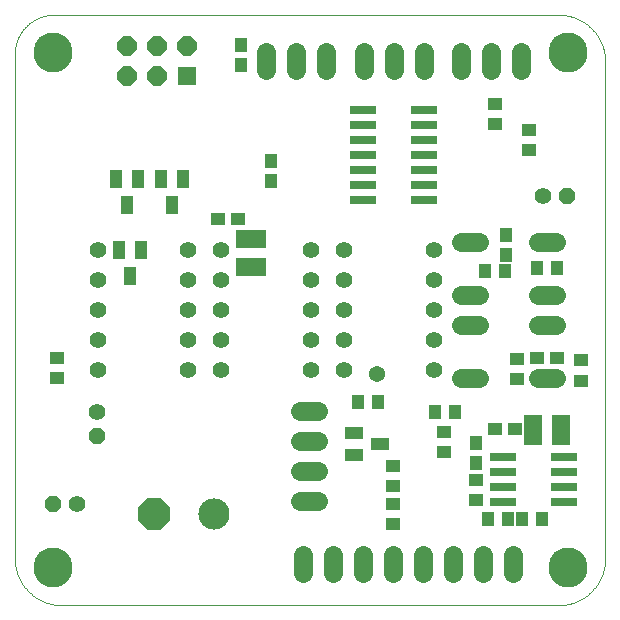
<source format=gbs>
G75*
%MOIN*%
%OFA0B0*%
%FSLAX25Y25*%
%IPPOS*%
%LPD*%
%AMOC8*
5,1,8,0,0,1.08239X$1,22.5*
%
%ADD10C,0.00000*%
%ADD11C,0.12998*%
%ADD12R,0.04337X0.04731*%
%ADD13R,0.04731X0.04337*%
%ADD14R,0.09849X0.05912*%
%ADD15C,0.05600*%
%ADD16R,0.04337X0.05912*%
%ADD17C,0.06400*%
%ADD18R,0.09061X0.02762*%
%ADD19R,0.09100X0.02800*%
%ADD20R,0.06400X0.06400*%
%ADD21OC8,0.06400*%
%ADD22OC8,0.05600*%
%ADD23R,0.05912X0.09849*%
%ADD24C,0.10400*%
%ADD25OC8,0.10400*%
%ADD26R,0.05912X0.04337*%
%ADD27C,0.05400*%
D10*
X0007977Y0017548D02*
X0007977Y0185550D01*
X0014277Y0186052D02*
X0014279Y0186210D01*
X0014285Y0186368D01*
X0014295Y0186526D01*
X0014309Y0186684D01*
X0014327Y0186841D01*
X0014348Y0186998D01*
X0014374Y0187154D01*
X0014404Y0187310D01*
X0014437Y0187465D01*
X0014475Y0187618D01*
X0014516Y0187771D01*
X0014561Y0187923D01*
X0014610Y0188074D01*
X0014663Y0188223D01*
X0014719Y0188371D01*
X0014779Y0188517D01*
X0014843Y0188662D01*
X0014911Y0188805D01*
X0014982Y0188947D01*
X0015056Y0189087D01*
X0015134Y0189224D01*
X0015216Y0189360D01*
X0015300Y0189494D01*
X0015389Y0189625D01*
X0015480Y0189754D01*
X0015575Y0189881D01*
X0015672Y0190006D01*
X0015773Y0190128D01*
X0015877Y0190247D01*
X0015984Y0190364D01*
X0016094Y0190478D01*
X0016207Y0190589D01*
X0016322Y0190698D01*
X0016440Y0190803D01*
X0016561Y0190905D01*
X0016684Y0191005D01*
X0016810Y0191101D01*
X0016938Y0191194D01*
X0017068Y0191284D01*
X0017201Y0191370D01*
X0017336Y0191454D01*
X0017472Y0191533D01*
X0017611Y0191610D01*
X0017752Y0191682D01*
X0017894Y0191752D01*
X0018038Y0191817D01*
X0018184Y0191879D01*
X0018331Y0191937D01*
X0018480Y0191992D01*
X0018630Y0192043D01*
X0018781Y0192090D01*
X0018933Y0192133D01*
X0019086Y0192172D01*
X0019241Y0192208D01*
X0019396Y0192239D01*
X0019552Y0192267D01*
X0019708Y0192291D01*
X0019865Y0192311D01*
X0020023Y0192327D01*
X0020180Y0192339D01*
X0020339Y0192347D01*
X0020497Y0192351D01*
X0020655Y0192351D01*
X0020813Y0192347D01*
X0020972Y0192339D01*
X0021129Y0192327D01*
X0021287Y0192311D01*
X0021444Y0192291D01*
X0021600Y0192267D01*
X0021756Y0192239D01*
X0021911Y0192208D01*
X0022066Y0192172D01*
X0022219Y0192133D01*
X0022371Y0192090D01*
X0022522Y0192043D01*
X0022672Y0191992D01*
X0022821Y0191937D01*
X0022968Y0191879D01*
X0023114Y0191817D01*
X0023258Y0191752D01*
X0023400Y0191682D01*
X0023541Y0191610D01*
X0023680Y0191533D01*
X0023816Y0191454D01*
X0023951Y0191370D01*
X0024084Y0191284D01*
X0024214Y0191194D01*
X0024342Y0191101D01*
X0024468Y0191005D01*
X0024591Y0190905D01*
X0024712Y0190803D01*
X0024830Y0190698D01*
X0024945Y0190589D01*
X0025058Y0190478D01*
X0025168Y0190364D01*
X0025275Y0190247D01*
X0025379Y0190128D01*
X0025480Y0190006D01*
X0025577Y0189881D01*
X0025672Y0189754D01*
X0025763Y0189625D01*
X0025852Y0189494D01*
X0025936Y0189360D01*
X0026018Y0189224D01*
X0026096Y0189087D01*
X0026170Y0188947D01*
X0026241Y0188805D01*
X0026309Y0188662D01*
X0026373Y0188517D01*
X0026433Y0188371D01*
X0026489Y0188223D01*
X0026542Y0188074D01*
X0026591Y0187923D01*
X0026636Y0187771D01*
X0026677Y0187618D01*
X0026715Y0187465D01*
X0026748Y0187310D01*
X0026778Y0187154D01*
X0026804Y0186998D01*
X0026825Y0186841D01*
X0026843Y0186684D01*
X0026857Y0186526D01*
X0026867Y0186368D01*
X0026873Y0186210D01*
X0026875Y0186052D01*
X0026873Y0185894D01*
X0026867Y0185736D01*
X0026857Y0185578D01*
X0026843Y0185420D01*
X0026825Y0185263D01*
X0026804Y0185106D01*
X0026778Y0184950D01*
X0026748Y0184794D01*
X0026715Y0184639D01*
X0026677Y0184486D01*
X0026636Y0184333D01*
X0026591Y0184181D01*
X0026542Y0184030D01*
X0026489Y0183881D01*
X0026433Y0183733D01*
X0026373Y0183587D01*
X0026309Y0183442D01*
X0026241Y0183299D01*
X0026170Y0183157D01*
X0026096Y0183017D01*
X0026018Y0182880D01*
X0025936Y0182744D01*
X0025852Y0182610D01*
X0025763Y0182479D01*
X0025672Y0182350D01*
X0025577Y0182223D01*
X0025480Y0182098D01*
X0025379Y0181976D01*
X0025275Y0181857D01*
X0025168Y0181740D01*
X0025058Y0181626D01*
X0024945Y0181515D01*
X0024830Y0181406D01*
X0024712Y0181301D01*
X0024591Y0181199D01*
X0024468Y0181099D01*
X0024342Y0181003D01*
X0024214Y0180910D01*
X0024084Y0180820D01*
X0023951Y0180734D01*
X0023816Y0180650D01*
X0023680Y0180571D01*
X0023541Y0180494D01*
X0023400Y0180422D01*
X0023258Y0180352D01*
X0023114Y0180287D01*
X0022968Y0180225D01*
X0022821Y0180167D01*
X0022672Y0180112D01*
X0022522Y0180061D01*
X0022371Y0180014D01*
X0022219Y0179971D01*
X0022066Y0179932D01*
X0021911Y0179896D01*
X0021756Y0179865D01*
X0021600Y0179837D01*
X0021444Y0179813D01*
X0021287Y0179793D01*
X0021129Y0179777D01*
X0020972Y0179765D01*
X0020813Y0179757D01*
X0020655Y0179753D01*
X0020497Y0179753D01*
X0020339Y0179757D01*
X0020180Y0179765D01*
X0020023Y0179777D01*
X0019865Y0179793D01*
X0019708Y0179813D01*
X0019552Y0179837D01*
X0019396Y0179865D01*
X0019241Y0179896D01*
X0019086Y0179932D01*
X0018933Y0179971D01*
X0018781Y0180014D01*
X0018630Y0180061D01*
X0018480Y0180112D01*
X0018331Y0180167D01*
X0018184Y0180225D01*
X0018038Y0180287D01*
X0017894Y0180352D01*
X0017752Y0180422D01*
X0017611Y0180494D01*
X0017472Y0180571D01*
X0017336Y0180650D01*
X0017201Y0180734D01*
X0017068Y0180820D01*
X0016938Y0180910D01*
X0016810Y0181003D01*
X0016684Y0181099D01*
X0016561Y0181199D01*
X0016440Y0181301D01*
X0016322Y0181406D01*
X0016207Y0181515D01*
X0016094Y0181626D01*
X0015984Y0181740D01*
X0015877Y0181857D01*
X0015773Y0181976D01*
X0015672Y0182098D01*
X0015575Y0182223D01*
X0015480Y0182350D01*
X0015389Y0182479D01*
X0015300Y0182610D01*
X0015216Y0182744D01*
X0015134Y0182880D01*
X0015056Y0183017D01*
X0014982Y0183157D01*
X0014911Y0183299D01*
X0014843Y0183442D01*
X0014779Y0183587D01*
X0014719Y0183733D01*
X0014663Y0183881D01*
X0014610Y0184030D01*
X0014561Y0184181D01*
X0014516Y0184333D01*
X0014475Y0184486D01*
X0014437Y0184639D01*
X0014404Y0184794D01*
X0014374Y0184950D01*
X0014348Y0185106D01*
X0014327Y0185263D01*
X0014309Y0185420D01*
X0014295Y0185578D01*
X0014285Y0185736D01*
X0014279Y0185894D01*
X0014277Y0186052D01*
X0007978Y0185550D02*
X0007982Y0185867D01*
X0007993Y0186183D01*
X0008012Y0186499D01*
X0008039Y0186814D01*
X0008074Y0187129D01*
X0008115Y0187443D01*
X0008165Y0187755D01*
X0008222Y0188067D01*
X0008287Y0188377D01*
X0008359Y0188685D01*
X0008438Y0188991D01*
X0008525Y0189296D01*
X0008619Y0189598D01*
X0008721Y0189898D01*
X0008829Y0190195D01*
X0008945Y0190490D01*
X0009068Y0190782D01*
X0009198Y0191070D01*
X0009335Y0191356D01*
X0009479Y0191638D01*
X0009629Y0191916D01*
X0009786Y0192191D01*
X0009950Y0192462D01*
X0010120Y0192729D01*
X0010297Y0192992D01*
X0010480Y0193250D01*
X0010669Y0193504D01*
X0010864Y0193753D01*
X0011065Y0193997D01*
X0011273Y0194237D01*
X0011485Y0194471D01*
X0011704Y0194700D01*
X0011928Y0194924D01*
X0012157Y0195143D01*
X0012391Y0195355D01*
X0012631Y0195563D01*
X0012875Y0195764D01*
X0013124Y0195959D01*
X0013378Y0196148D01*
X0013636Y0196331D01*
X0013899Y0196508D01*
X0014166Y0196678D01*
X0014437Y0196842D01*
X0014712Y0196999D01*
X0014990Y0197149D01*
X0015272Y0197293D01*
X0015558Y0197430D01*
X0015846Y0197560D01*
X0016138Y0197683D01*
X0016433Y0197799D01*
X0016730Y0197907D01*
X0017030Y0198009D01*
X0017332Y0198103D01*
X0017637Y0198190D01*
X0017943Y0198269D01*
X0018251Y0198341D01*
X0018561Y0198406D01*
X0018873Y0198463D01*
X0019185Y0198513D01*
X0019499Y0198554D01*
X0019814Y0198589D01*
X0020129Y0198616D01*
X0020445Y0198635D01*
X0020761Y0198646D01*
X0021078Y0198650D01*
X0189080Y0198650D01*
X0185930Y0186052D02*
X0185932Y0186210D01*
X0185938Y0186368D01*
X0185948Y0186526D01*
X0185962Y0186684D01*
X0185980Y0186841D01*
X0186001Y0186998D01*
X0186027Y0187154D01*
X0186057Y0187310D01*
X0186090Y0187465D01*
X0186128Y0187618D01*
X0186169Y0187771D01*
X0186214Y0187923D01*
X0186263Y0188074D01*
X0186316Y0188223D01*
X0186372Y0188371D01*
X0186432Y0188517D01*
X0186496Y0188662D01*
X0186564Y0188805D01*
X0186635Y0188947D01*
X0186709Y0189087D01*
X0186787Y0189224D01*
X0186869Y0189360D01*
X0186953Y0189494D01*
X0187042Y0189625D01*
X0187133Y0189754D01*
X0187228Y0189881D01*
X0187325Y0190006D01*
X0187426Y0190128D01*
X0187530Y0190247D01*
X0187637Y0190364D01*
X0187747Y0190478D01*
X0187860Y0190589D01*
X0187975Y0190698D01*
X0188093Y0190803D01*
X0188214Y0190905D01*
X0188337Y0191005D01*
X0188463Y0191101D01*
X0188591Y0191194D01*
X0188721Y0191284D01*
X0188854Y0191370D01*
X0188989Y0191454D01*
X0189125Y0191533D01*
X0189264Y0191610D01*
X0189405Y0191682D01*
X0189547Y0191752D01*
X0189691Y0191817D01*
X0189837Y0191879D01*
X0189984Y0191937D01*
X0190133Y0191992D01*
X0190283Y0192043D01*
X0190434Y0192090D01*
X0190586Y0192133D01*
X0190739Y0192172D01*
X0190894Y0192208D01*
X0191049Y0192239D01*
X0191205Y0192267D01*
X0191361Y0192291D01*
X0191518Y0192311D01*
X0191676Y0192327D01*
X0191833Y0192339D01*
X0191992Y0192347D01*
X0192150Y0192351D01*
X0192308Y0192351D01*
X0192466Y0192347D01*
X0192625Y0192339D01*
X0192782Y0192327D01*
X0192940Y0192311D01*
X0193097Y0192291D01*
X0193253Y0192267D01*
X0193409Y0192239D01*
X0193564Y0192208D01*
X0193719Y0192172D01*
X0193872Y0192133D01*
X0194024Y0192090D01*
X0194175Y0192043D01*
X0194325Y0191992D01*
X0194474Y0191937D01*
X0194621Y0191879D01*
X0194767Y0191817D01*
X0194911Y0191752D01*
X0195053Y0191682D01*
X0195194Y0191610D01*
X0195333Y0191533D01*
X0195469Y0191454D01*
X0195604Y0191370D01*
X0195737Y0191284D01*
X0195867Y0191194D01*
X0195995Y0191101D01*
X0196121Y0191005D01*
X0196244Y0190905D01*
X0196365Y0190803D01*
X0196483Y0190698D01*
X0196598Y0190589D01*
X0196711Y0190478D01*
X0196821Y0190364D01*
X0196928Y0190247D01*
X0197032Y0190128D01*
X0197133Y0190006D01*
X0197230Y0189881D01*
X0197325Y0189754D01*
X0197416Y0189625D01*
X0197505Y0189494D01*
X0197589Y0189360D01*
X0197671Y0189224D01*
X0197749Y0189087D01*
X0197823Y0188947D01*
X0197894Y0188805D01*
X0197962Y0188662D01*
X0198026Y0188517D01*
X0198086Y0188371D01*
X0198142Y0188223D01*
X0198195Y0188074D01*
X0198244Y0187923D01*
X0198289Y0187771D01*
X0198330Y0187618D01*
X0198368Y0187465D01*
X0198401Y0187310D01*
X0198431Y0187154D01*
X0198457Y0186998D01*
X0198478Y0186841D01*
X0198496Y0186684D01*
X0198510Y0186526D01*
X0198520Y0186368D01*
X0198526Y0186210D01*
X0198528Y0186052D01*
X0198526Y0185894D01*
X0198520Y0185736D01*
X0198510Y0185578D01*
X0198496Y0185420D01*
X0198478Y0185263D01*
X0198457Y0185106D01*
X0198431Y0184950D01*
X0198401Y0184794D01*
X0198368Y0184639D01*
X0198330Y0184486D01*
X0198289Y0184333D01*
X0198244Y0184181D01*
X0198195Y0184030D01*
X0198142Y0183881D01*
X0198086Y0183733D01*
X0198026Y0183587D01*
X0197962Y0183442D01*
X0197894Y0183299D01*
X0197823Y0183157D01*
X0197749Y0183017D01*
X0197671Y0182880D01*
X0197589Y0182744D01*
X0197505Y0182610D01*
X0197416Y0182479D01*
X0197325Y0182350D01*
X0197230Y0182223D01*
X0197133Y0182098D01*
X0197032Y0181976D01*
X0196928Y0181857D01*
X0196821Y0181740D01*
X0196711Y0181626D01*
X0196598Y0181515D01*
X0196483Y0181406D01*
X0196365Y0181301D01*
X0196244Y0181199D01*
X0196121Y0181099D01*
X0195995Y0181003D01*
X0195867Y0180910D01*
X0195737Y0180820D01*
X0195604Y0180734D01*
X0195469Y0180650D01*
X0195333Y0180571D01*
X0195194Y0180494D01*
X0195053Y0180422D01*
X0194911Y0180352D01*
X0194767Y0180287D01*
X0194621Y0180225D01*
X0194474Y0180167D01*
X0194325Y0180112D01*
X0194175Y0180061D01*
X0194024Y0180014D01*
X0193872Y0179971D01*
X0193719Y0179932D01*
X0193564Y0179896D01*
X0193409Y0179865D01*
X0193253Y0179837D01*
X0193097Y0179813D01*
X0192940Y0179793D01*
X0192782Y0179777D01*
X0192625Y0179765D01*
X0192466Y0179757D01*
X0192308Y0179753D01*
X0192150Y0179753D01*
X0191992Y0179757D01*
X0191833Y0179765D01*
X0191676Y0179777D01*
X0191518Y0179793D01*
X0191361Y0179813D01*
X0191205Y0179837D01*
X0191049Y0179865D01*
X0190894Y0179896D01*
X0190739Y0179932D01*
X0190586Y0179971D01*
X0190434Y0180014D01*
X0190283Y0180061D01*
X0190133Y0180112D01*
X0189984Y0180167D01*
X0189837Y0180225D01*
X0189691Y0180287D01*
X0189547Y0180352D01*
X0189405Y0180422D01*
X0189264Y0180494D01*
X0189125Y0180571D01*
X0188989Y0180650D01*
X0188854Y0180734D01*
X0188721Y0180820D01*
X0188591Y0180910D01*
X0188463Y0181003D01*
X0188337Y0181099D01*
X0188214Y0181199D01*
X0188093Y0181301D01*
X0187975Y0181406D01*
X0187860Y0181515D01*
X0187747Y0181626D01*
X0187637Y0181740D01*
X0187530Y0181857D01*
X0187426Y0181976D01*
X0187325Y0182098D01*
X0187228Y0182223D01*
X0187133Y0182350D01*
X0187042Y0182479D01*
X0186953Y0182610D01*
X0186869Y0182744D01*
X0186787Y0182880D01*
X0186709Y0183017D01*
X0186635Y0183157D01*
X0186564Y0183299D01*
X0186496Y0183442D01*
X0186432Y0183587D01*
X0186372Y0183733D01*
X0186316Y0183881D01*
X0186263Y0184030D01*
X0186214Y0184181D01*
X0186169Y0184333D01*
X0186128Y0184486D01*
X0186090Y0184639D01*
X0186057Y0184794D01*
X0186027Y0184950D01*
X0186001Y0185106D01*
X0185980Y0185263D01*
X0185962Y0185420D01*
X0185948Y0185578D01*
X0185938Y0185736D01*
X0185932Y0185894D01*
X0185930Y0186052D01*
X0189080Y0198650D02*
X0189461Y0198645D01*
X0189841Y0198632D01*
X0190221Y0198609D01*
X0190600Y0198576D01*
X0190978Y0198535D01*
X0191355Y0198485D01*
X0191731Y0198425D01*
X0192106Y0198357D01*
X0192478Y0198279D01*
X0192849Y0198192D01*
X0193217Y0198097D01*
X0193583Y0197992D01*
X0193946Y0197879D01*
X0194307Y0197757D01*
X0194664Y0197627D01*
X0195018Y0197487D01*
X0195369Y0197340D01*
X0195716Y0197183D01*
X0196059Y0197019D01*
X0196398Y0196846D01*
X0196733Y0196665D01*
X0197064Y0196476D01*
X0197389Y0196279D01*
X0197710Y0196075D01*
X0198026Y0195862D01*
X0198336Y0195642D01*
X0198642Y0195415D01*
X0198941Y0195180D01*
X0199235Y0194938D01*
X0199523Y0194690D01*
X0199805Y0194434D01*
X0200080Y0194171D01*
X0200349Y0193902D01*
X0200612Y0193627D01*
X0200868Y0193345D01*
X0201116Y0193057D01*
X0201358Y0192763D01*
X0201593Y0192464D01*
X0201820Y0192158D01*
X0202040Y0191848D01*
X0202253Y0191532D01*
X0202457Y0191211D01*
X0202654Y0190886D01*
X0202843Y0190555D01*
X0203024Y0190220D01*
X0203197Y0189881D01*
X0203361Y0189538D01*
X0203518Y0189191D01*
X0203665Y0188840D01*
X0203805Y0188486D01*
X0203935Y0188129D01*
X0204057Y0187768D01*
X0204170Y0187405D01*
X0204275Y0187039D01*
X0204370Y0186671D01*
X0204457Y0186300D01*
X0204535Y0185928D01*
X0204603Y0185553D01*
X0204663Y0185177D01*
X0204713Y0184800D01*
X0204754Y0184422D01*
X0204787Y0184043D01*
X0204810Y0183663D01*
X0204823Y0183283D01*
X0204828Y0182902D01*
X0204828Y0017548D01*
X0185930Y0014398D02*
X0185932Y0014556D01*
X0185938Y0014714D01*
X0185948Y0014872D01*
X0185962Y0015030D01*
X0185980Y0015187D01*
X0186001Y0015344D01*
X0186027Y0015500D01*
X0186057Y0015656D01*
X0186090Y0015811D01*
X0186128Y0015964D01*
X0186169Y0016117D01*
X0186214Y0016269D01*
X0186263Y0016420D01*
X0186316Y0016569D01*
X0186372Y0016717D01*
X0186432Y0016863D01*
X0186496Y0017008D01*
X0186564Y0017151D01*
X0186635Y0017293D01*
X0186709Y0017433D01*
X0186787Y0017570D01*
X0186869Y0017706D01*
X0186953Y0017840D01*
X0187042Y0017971D01*
X0187133Y0018100D01*
X0187228Y0018227D01*
X0187325Y0018352D01*
X0187426Y0018474D01*
X0187530Y0018593D01*
X0187637Y0018710D01*
X0187747Y0018824D01*
X0187860Y0018935D01*
X0187975Y0019044D01*
X0188093Y0019149D01*
X0188214Y0019251D01*
X0188337Y0019351D01*
X0188463Y0019447D01*
X0188591Y0019540D01*
X0188721Y0019630D01*
X0188854Y0019716D01*
X0188989Y0019800D01*
X0189125Y0019879D01*
X0189264Y0019956D01*
X0189405Y0020028D01*
X0189547Y0020098D01*
X0189691Y0020163D01*
X0189837Y0020225D01*
X0189984Y0020283D01*
X0190133Y0020338D01*
X0190283Y0020389D01*
X0190434Y0020436D01*
X0190586Y0020479D01*
X0190739Y0020518D01*
X0190894Y0020554D01*
X0191049Y0020585D01*
X0191205Y0020613D01*
X0191361Y0020637D01*
X0191518Y0020657D01*
X0191676Y0020673D01*
X0191833Y0020685D01*
X0191992Y0020693D01*
X0192150Y0020697D01*
X0192308Y0020697D01*
X0192466Y0020693D01*
X0192625Y0020685D01*
X0192782Y0020673D01*
X0192940Y0020657D01*
X0193097Y0020637D01*
X0193253Y0020613D01*
X0193409Y0020585D01*
X0193564Y0020554D01*
X0193719Y0020518D01*
X0193872Y0020479D01*
X0194024Y0020436D01*
X0194175Y0020389D01*
X0194325Y0020338D01*
X0194474Y0020283D01*
X0194621Y0020225D01*
X0194767Y0020163D01*
X0194911Y0020098D01*
X0195053Y0020028D01*
X0195194Y0019956D01*
X0195333Y0019879D01*
X0195469Y0019800D01*
X0195604Y0019716D01*
X0195737Y0019630D01*
X0195867Y0019540D01*
X0195995Y0019447D01*
X0196121Y0019351D01*
X0196244Y0019251D01*
X0196365Y0019149D01*
X0196483Y0019044D01*
X0196598Y0018935D01*
X0196711Y0018824D01*
X0196821Y0018710D01*
X0196928Y0018593D01*
X0197032Y0018474D01*
X0197133Y0018352D01*
X0197230Y0018227D01*
X0197325Y0018100D01*
X0197416Y0017971D01*
X0197505Y0017840D01*
X0197589Y0017706D01*
X0197671Y0017570D01*
X0197749Y0017433D01*
X0197823Y0017293D01*
X0197894Y0017151D01*
X0197962Y0017008D01*
X0198026Y0016863D01*
X0198086Y0016717D01*
X0198142Y0016569D01*
X0198195Y0016420D01*
X0198244Y0016269D01*
X0198289Y0016117D01*
X0198330Y0015964D01*
X0198368Y0015811D01*
X0198401Y0015656D01*
X0198431Y0015500D01*
X0198457Y0015344D01*
X0198478Y0015187D01*
X0198496Y0015030D01*
X0198510Y0014872D01*
X0198520Y0014714D01*
X0198526Y0014556D01*
X0198528Y0014398D01*
X0198526Y0014240D01*
X0198520Y0014082D01*
X0198510Y0013924D01*
X0198496Y0013766D01*
X0198478Y0013609D01*
X0198457Y0013452D01*
X0198431Y0013296D01*
X0198401Y0013140D01*
X0198368Y0012985D01*
X0198330Y0012832D01*
X0198289Y0012679D01*
X0198244Y0012527D01*
X0198195Y0012376D01*
X0198142Y0012227D01*
X0198086Y0012079D01*
X0198026Y0011933D01*
X0197962Y0011788D01*
X0197894Y0011645D01*
X0197823Y0011503D01*
X0197749Y0011363D01*
X0197671Y0011226D01*
X0197589Y0011090D01*
X0197505Y0010956D01*
X0197416Y0010825D01*
X0197325Y0010696D01*
X0197230Y0010569D01*
X0197133Y0010444D01*
X0197032Y0010322D01*
X0196928Y0010203D01*
X0196821Y0010086D01*
X0196711Y0009972D01*
X0196598Y0009861D01*
X0196483Y0009752D01*
X0196365Y0009647D01*
X0196244Y0009545D01*
X0196121Y0009445D01*
X0195995Y0009349D01*
X0195867Y0009256D01*
X0195737Y0009166D01*
X0195604Y0009080D01*
X0195469Y0008996D01*
X0195333Y0008917D01*
X0195194Y0008840D01*
X0195053Y0008768D01*
X0194911Y0008698D01*
X0194767Y0008633D01*
X0194621Y0008571D01*
X0194474Y0008513D01*
X0194325Y0008458D01*
X0194175Y0008407D01*
X0194024Y0008360D01*
X0193872Y0008317D01*
X0193719Y0008278D01*
X0193564Y0008242D01*
X0193409Y0008211D01*
X0193253Y0008183D01*
X0193097Y0008159D01*
X0192940Y0008139D01*
X0192782Y0008123D01*
X0192625Y0008111D01*
X0192466Y0008103D01*
X0192308Y0008099D01*
X0192150Y0008099D01*
X0191992Y0008103D01*
X0191833Y0008111D01*
X0191676Y0008123D01*
X0191518Y0008139D01*
X0191361Y0008159D01*
X0191205Y0008183D01*
X0191049Y0008211D01*
X0190894Y0008242D01*
X0190739Y0008278D01*
X0190586Y0008317D01*
X0190434Y0008360D01*
X0190283Y0008407D01*
X0190133Y0008458D01*
X0189984Y0008513D01*
X0189837Y0008571D01*
X0189691Y0008633D01*
X0189547Y0008698D01*
X0189405Y0008768D01*
X0189264Y0008840D01*
X0189125Y0008917D01*
X0188989Y0008996D01*
X0188854Y0009080D01*
X0188721Y0009166D01*
X0188591Y0009256D01*
X0188463Y0009349D01*
X0188337Y0009445D01*
X0188214Y0009545D01*
X0188093Y0009647D01*
X0187975Y0009752D01*
X0187860Y0009861D01*
X0187747Y0009972D01*
X0187637Y0010086D01*
X0187530Y0010203D01*
X0187426Y0010322D01*
X0187325Y0010444D01*
X0187228Y0010569D01*
X0187133Y0010696D01*
X0187042Y0010825D01*
X0186953Y0010956D01*
X0186869Y0011090D01*
X0186787Y0011226D01*
X0186709Y0011363D01*
X0186635Y0011503D01*
X0186564Y0011645D01*
X0186496Y0011788D01*
X0186432Y0011933D01*
X0186372Y0012079D01*
X0186316Y0012227D01*
X0186263Y0012376D01*
X0186214Y0012527D01*
X0186169Y0012679D01*
X0186128Y0012832D01*
X0186090Y0012985D01*
X0186057Y0013140D01*
X0186027Y0013296D01*
X0186001Y0013452D01*
X0185980Y0013609D01*
X0185962Y0013766D01*
X0185948Y0013924D01*
X0185938Y0014082D01*
X0185932Y0014240D01*
X0185930Y0014398D01*
X0189080Y0001800D02*
X0189461Y0001805D01*
X0189841Y0001818D01*
X0190221Y0001841D01*
X0190600Y0001874D01*
X0190978Y0001915D01*
X0191355Y0001965D01*
X0191731Y0002025D01*
X0192106Y0002093D01*
X0192478Y0002171D01*
X0192849Y0002258D01*
X0193217Y0002353D01*
X0193583Y0002458D01*
X0193946Y0002571D01*
X0194307Y0002693D01*
X0194664Y0002823D01*
X0195018Y0002963D01*
X0195369Y0003110D01*
X0195716Y0003267D01*
X0196059Y0003431D01*
X0196398Y0003604D01*
X0196733Y0003785D01*
X0197064Y0003974D01*
X0197389Y0004171D01*
X0197710Y0004375D01*
X0198026Y0004588D01*
X0198336Y0004808D01*
X0198642Y0005035D01*
X0198941Y0005270D01*
X0199235Y0005512D01*
X0199523Y0005760D01*
X0199805Y0006016D01*
X0200080Y0006279D01*
X0200349Y0006548D01*
X0200612Y0006823D01*
X0200868Y0007105D01*
X0201116Y0007393D01*
X0201358Y0007687D01*
X0201593Y0007986D01*
X0201820Y0008292D01*
X0202040Y0008602D01*
X0202253Y0008918D01*
X0202457Y0009239D01*
X0202654Y0009564D01*
X0202843Y0009895D01*
X0203024Y0010230D01*
X0203197Y0010569D01*
X0203361Y0010912D01*
X0203518Y0011259D01*
X0203665Y0011610D01*
X0203805Y0011964D01*
X0203935Y0012321D01*
X0204057Y0012682D01*
X0204170Y0013045D01*
X0204275Y0013411D01*
X0204370Y0013779D01*
X0204457Y0014150D01*
X0204535Y0014522D01*
X0204603Y0014897D01*
X0204663Y0015273D01*
X0204713Y0015650D01*
X0204754Y0016028D01*
X0204787Y0016407D01*
X0204810Y0016787D01*
X0204823Y0017167D01*
X0204828Y0017548D01*
X0189080Y0001800D02*
X0023725Y0001800D01*
X0014277Y0014398D02*
X0014279Y0014556D01*
X0014285Y0014714D01*
X0014295Y0014872D01*
X0014309Y0015030D01*
X0014327Y0015187D01*
X0014348Y0015344D01*
X0014374Y0015500D01*
X0014404Y0015656D01*
X0014437Y0015811D01*
X0014475Y0015964D01*
X0014516Y0016117D01*
X0014561Y0016269D01*
X0014610Y0016420D01*
X0014663Y0016569D01*
X0014719Y0016717D01*
X0014779Y0016863D01*
X0014843Y0017008D01*
X0014911Y0017151D01*
X0014982Y0017293D01*
X0015056Y0017433D01*
X0015134Y0017570D01*
X0015216Y0017706D01*
X0015300Y0017840D01*
X0015389Y0017971D01*
X0015480Y0018100D01*
X0015575Y0018227D01*
X0015672Y0018352D01*
X0015773Y0018474D01*
X0015877Y0018593D01*
X0015984Y0018710D01*
X0016094Y0018824D01*
X0016207Y0018935D01*
X0016322Y0019044D01*
X0016440Y0019149D01*
X0016561Y0019251D01*
X0016684Y0019351D01*
X0016810Y0019447D01*
X0016938Y0019540D01*
X0017068Y0019630D01*
X0017201Y0019716D01*
X0017336Y0019800D01*
X0017472Y0019879D01*
X0017611Y0019956D01*
X0017752Y0020028D01*
X0017894Y0020098D01*
X0018038Y0020163D01*
X0018184Y0020225D01*
X0018331Y0020283D01*
X0018480Y0020338D01*
X0018630Y0020389D01*
X0018781Y0020436D01*
X0018933Y0020479D01*
X0019086Y0020518D01*
X0019241Y0020554D01*
X0019396Y0020585D01*
X0019552Y0020613D01*
X0019708Y0020637D01*
X0019865Y0020657D01*
X0020023Y0020673D01*
X0020180Y0020685D01*
X0020339Y0020693D01*
X0020497Y0020697D01*
X0020655Y0020697D01*
X0020813Y0020693D01*
X0020972Y0020685D01*
X0021129Y0020673D01*
X0021287Y0020657D01*
X0021444Y0020637D01*
X0021600Y0020613D01*
X0021756Y0020585D01*
X0021911Y0020554D01*
X0022066Y0020518D01*
X0022219Y0020479D01*
X0022371Y0020436D01*
X0022522Y0020389D01*
X0022672Y0020338D01*
X0022821Y0020283D01*
X0022968Y0020225D01*
X0023114Y0020163D01*
X0023258Y0020098D01*
X0023400Y0020028D01*
X0023541Y0019956D01*
X0023680Y0019879D01*
X0023816Y0019800D01*
X0023951Y0019716D01*
X0024084Y0019630D01*
X0024214Y0019540D01*
X0024342Y0019447D01*
X0024468Y0019351D01*
X0024591Y0019251D01*
X0024712Y0019149D01*
X0024830Y0019044D01*
X0024945Y0018935D01*
X0025058Y0018824D01*
X0025168Y0018710D01*
X0025275Y0018593D01*
X0025379Y0018474D01*
X0025480Y0018352D01*
X0025577Y0018227D01*
X0025672Y0018100D01*
X0025763Y0017971D01*
X0025852Y0017840D01*
X0025936Y0017706D01*
X0026018Y0017570D01*
X0026096Y0017433D01*
X0026170Y0017293D01*
X0026241Y0017151D01*
X0026309Y0017008D01*
X0026373Y0016863D01*
X0026433Y0016717D01*
X0026489Y0016569D01*
X0026542Y0016420D01*
X0026591Y0016269D01*
X0026636Y0016117D01*
X0026677Y0015964D01*
X0026715Y0015811D01*
X0026748Y0015656D01*
X0026778Y0015500D01*
X0026804Y0015344D01*
X0026825Y0015187D01*
X0026843Y0015030D01*
X0026857Y0014872D01*
X0026867Y0014714D01*
X0026873Y0014556D01*
X0026875Y0014398D01*
X0026873Y0014240D01*
X0026867Y0014082D01*
X0026857Y0013924D01*
X0026843Y0013766D01*
X0026825Y0013609D01*
X0026804Y0013452D01*
X0026778Y0013296D01*
X0026748Y0013140D01*
X0026715Y0012985D01*
X0026677Y0012832D01*
X0026636Y0012679D01*
X0026591Y0012527D01*
X0026542Y0012376D01*
X0026489Y0012227D01*
X0026433Y0012079D01*
X0026373Y0011933D01*
X0026309Y0011788D01*
X0026241Y0011645D01*
X0026170Y0011503D01*
X0026096Y0011363D01*
X0026018Y0011226D01*
X0025936Y0011090D01*
X0025852Y0010956D01*
X0025763Y0010825D01*
X0025672Y0010696D01*
X0025577Y0010569D01*
X0025480Y0010444D01*
X0025379Y0010322D01*
X0025275Y0010203D01*
X0025168Y0010086D01*
X0025058Y0009972D01*
X0024945Y0009861D01*
X0024830Y0009752D01*
X0024712Y0009647D01*
X0024591Y0009545D01*
X0024468Y0009445D01*
X0024342Y0009349D01*
X0024214Y0009256D01*
X0024084Y0009166D01*
X0023951Y0009080D01*
X0023816Y0008996D01*
X0023680Y0008917D01*
X0023541Y0008840D01*
X0023400Y0008768D01*
X0023258Y0008698D01*
X0023114Y0008633D01*
X0022968Y0008571D01*
X0022821Y0008513D01*
X0022672Y0008458D01*
X0022522Y0008407D01*
X0022371Y0008360D01*
X0022219Y0008317D01*
X0022066Y0008278D01*
X0021911Y0008242D01*
X0021756Y0008211D01*
X0021600Y0008183D01*
X0021444Y0008159D01*
X0021287Y0008139D01*
X0021129Y0008123D01*
X0020972Y0008111D01*
X0020813Y0008103D01*
X0020655Y0008099D01*
X0020497Y0008099D01*
X0020339Y0008103D01*
X0020180Y0008111D01*
X0020023Y0008123D01*
X0019865Y0008139D01*
X0019708Y0008159D01*
X0019552Y0008183D01*
X0019396Y0008211D01*
X0019241Y0008242D01*
X0019086Y0008278D01*
X0018933Y0008317D01*
X0018781Y0008360D01*
X0018630Y0008407D01*
X0018480Y0008458D01*
X0018331Y0008513D01*
X0018184Y0008571D01*
X0018038Y0008633D01*
X0017894Y0008698D01*
X0017752Y0008768D01*
X0017611Y0008840D01*
X0017472Y0008917D01*
X0017336Y0008996D01*
X0017201Y0009080D01*
X0017068Y0009166D01*
X0016938Y0009256D01*
X0016810Y0009349D01*
X0016684Y0009445D01*
X0016561Y0009545D01*
X0016440Y0009647D01*
X0016322Y0009752D01*
X0016207Y0009861D01*
X0016094Y0009972D01*
X0015984Y0010086D01*
X0015877Y0010203D01*
X0015773Y0010322D01*
X0015672Y0010444D01*
X0015575Y0010569D01*
X0015480Y0010696D01*
X0015389Y0010825D01*
X0015300Y0010956D01*
X0015216Y0011090D01*
X0015134Y0011226D01*
X0015056Y0011363D01*
X0014982Y0011503D01*
X0014911Y0011645D01*
X0014843Y0011788D01*
X0014779Y0011933D01*
X0014719Y0012079D01*
X0014663Y0012227D01*
X0014610Y0012376D01*
X0014561Y0012527D01*
X0014516Y0012679D01*
X0014475Y0012832D01*
X0014437Y0012985D01*
X0014404Y0013140D01*
X0014374Y0013296D01*
X0014348Y0013452D01*
X0014327Y0013609D01*
X0014309Y0013766D01*
X0014295Y0013924D01*
X0014285Y0014082D01*
X0014279Y0014240D01*
X0014277Y0014398D01*
X0007977Y0017548D02*
X0007982Y0017167D01*
X0007995Y0016787D01*
X0008018Y0016407D01*
X0008051Y0016028D01*
X0008092Y0015650D01*
X0008142Y0015273D01*
X0008202Y0014897D01*
X0008270Y0014522D01*
X0008348Y0014150D01*
X0008435Y0013779D01*
X0008530Y0013411D01*
X0008635Y0013045D01*
X0008748Y0012682D01*
X0008870Y0012321D01*
X0009000Y0011964D01*
X0009140Y0011610D01*
X0009287Y0011259D01*
X0009444Y0010912D01*
X0009608Y0010569D01*
X0009781Y0010230D01*
X0009962Y0009895D01*
X0010151Y0009564D01*
X0010348Y0009239D01*
X0010552Y0008918D01*
X0010765Y0008602D01*
X0010985Y0008292D01*
X0011212Y0007986D01*
X0011447Y0007687D01*
X0011689Y0007393D01*
X0011937Y0007105D01*
X0012193Y0006823D01*
X0012456Y0006548D01*
X0012725Y0006279D01*
X0013000Y0006016D01*
X0013282Y0005760D01*
X0013570Y0005512D01*
X0013864Y0005270D01*
X0014163Y0005035D01*
X0014469Y0004808D01*
X0014779Y0004588D01*
X0015095Y0004375D01*
X0015416Y0004171D01*
X0015741Y0003974D01*
X0016072Y0003785D01*
X0016407Y0003604D01*
X0016746Y0003431D01*
X0017089Y0003267D01*
X0017436Y0003110D01*
X0017787Y0002963D01*
X0018141Y0002823D01*
X0018498Y0002693D01*
X0018859Y0002571D01*
X0019222Y0002458D01*
X0019588Y0002353D01*
X0019956Y0002258D01*
X0020327Y0002171D01*
X0020699Y0002093D01*
X0021074Y0002025D01*
X0021450Y0001965D01*
X0021827Y0001915D01*
X0022205Y0001874D01*
X0022584Y0001841D01*
X0022964Y0001818D01*
X0023344Y0001805D01*
X0023725Y0001800D01*
D11*
X0020576Y0014398D03*
X0192229Y0014398D03*
X0192229Y0186052D03*
X0020576Y0186052D03*
D12*
X0083452Y0188459D03*
X0083452Y0181766D03*
X0093290Y0149834D03*
X0093290Y0143141D03*
X0164768Y0113050D03*
X0171461Y0113050D03*
X0171727Y0118454D03*
X0171727Y0125146D03*
X0182131Y0114300D03*
X0188824Y0114300D03*
X0154649Y0066313D03*
X0147956Y0066313D03*
X0161752Y0055759D03*
X0161752Y0049066D03*
X0165693Y0030625D03*
X0172386Y0030625D03*
X0177168Y0030625D03*
X0183861Y0030625D03*
X0129149Y0069588D03*
X0122456Y0069588D03*
D13*
X0134015Y0048271D03*
X0134015Y0041579D03*
X0133977Y0035571D03*
X0133977Y0028879D03*
X0151177Y0052791D03*
X0151177Y0059484D03*
X0167943Y0060425D03*
X0174636Y0060425D03*
X0175477Y0077204D03*
X0175477Y0083896D03*
X0182131Y0084300D03*
X0188824Y0084300D03*
X0196602Y0083384D03*
X0196602Y0076691D03*
X0161727Y0043521D03*
X0161727Y0036829D03*
X0082261Y0130550D03*
X0075568Y0130550D03*
X0022040Y0084209D03*
X0022040Y0077516D03*
X0167977Y0162204D03*
X0167977Y0168896D03*
X0179227Y0160146D03*
X0179227Y0153454D03*
D14*
X0086727Y0124024D03*
X0086727Y0114576D03*
D15*
X0076717Y0110225D03*
X0076717Y0100225D03*
X0076717Y0090225D03*
X0076717Y0080225D03*
X0065772Y0080225D03*
X0065772Y0090225D03*
X0065772Y0100225D03*
X0065772Y0110225D03*
X0065772Y0120225D03*
X0076717Y0120225D03*
X0106717Y0120225D03*
X0106717Y0110225D03*
X0106717Y0100225D03*
X0106717Y0090225D03*
X0106717Y0080225D03*
X0117662Y0080225D03*
X0117662Y0090225D03*
X0117662Y0100225D03*
X0117662Y0110225D03*
X0117662Y0120225D03*
X0147662Y0120225D03*
X0147662Y0110225D03*
X0147662Y0100225D03*
X0147662Y0090225D03*
X0147662Y0080225D03*
X0183977Y0138050D03*
X0035772Y0120225D03*
X0035772Y0110225D03*
X0035772Y0100225D03*
X0035772Y0090225D03*
X0035772Y0080225D03*
X0035365Y0066088D03*
X0028615Y0035600D03*
D16*
X0046415Y0111532D03*
X0050155Y0120193D03*
X0042675Y0120193D03*
X0045477Y0135282D03*
X0041737Y0143943D03*
X0049217Y0143943D03*
X0056737Y0143943D03*
X0064217Y0143943D03*
X0060477Y0135282D03*
D17*
X0091727Y0180050D02*
X0091727Y0186050D01*
X0101727Y0186050D02*
X0101727Y0180050D01*
X0111727Y0180050D02*
X0111727Y0186050D01*
X0124227Y0186050D02*
X0124227Y0180050D01*
X0134227Y0180050D02*
X0134227Y0186050D01*
X0144227Y0186050D02*
X0144227Y0180050D01*
X0156727Y0180050D02*
X0156727Y0186050D01*
X0166727Y0186050D02*
X0166727Y0180050D01*
X0176727Y0180050D02*
X0176727Y0186050D01*
X0182226Y0122905D02*
X0188226Y0122905D01*
X0188226Y0105105D02*
X0182226Y0105105D01*
X0182226Y0095346D02*
X0188226Y0095346D01*
X0188226Y0077546D02*
X0182226Y0077546D01*
X0162626Y0077546D02*
X0156626Y0077546D01*
X0156626Y0095346D02*
X0162626Y0095346D01*
X0162626Y0105105D02*
X0156626Y0105105D01*
X0156626Y0122905D02*
X0162626Y0122905D01*
X0108927Y0066400D02*
X0102927Y0066400D01*
X0102927Y0056400D02*
X0108927Y0056400D01*
X0108927Y0046400D02*
X0102927Y0046400D01*
X0102927Y0036400D02*
X0108927Y0036400D01*
X0104015Y0018613D02*
X0104015Y0012612D01*
X0114015Y0012612D02*
X0114015Y0018613D01*
X0124015Y0018613D02*
X0124015Y0012612D01*
X0134015Y0012612D02*
X0134015Y0018613D01*
X0144015Y0018613D02*
X0144015Y0012612D01*
X0154015Y0012612D02*
X0154015Y0018613D01*
X0164015Y0018613D02*
X0164015Y0012612D01*
X0174015Y0012612D02*
X0174015Y0018613D01*
D18*
X0144463Y0136800D03*
X0144463Y0141800D03*
X0144463Y0146800D03*
X0144463Y0151800D03*
X0144463Y0156800D03*
X0144463Y0161800D03*
X0144463Y0166800D03*
X0123991Y0166800D03*
X0123991Y0161800D03*
X0123991Y0156800D03*
X0123991Y0151800D03*
X0123991Y0146800D03*
X0123991Y0141800D03*
X0123991Y0136800D03*
D19*
X0170590Y0051062D03*
X0170590Y0046062D03*
X0170590Y0041063D03*
X0170590Y0036063D03*
X0191190Y0036063D03*
X0191190Y0041063D03*
X0191190Y0046062D03*
X0191190Y0051062D03*
D20*
X0065477Y0178050D03*
D21*
X0055477Y0178050D03*
X0045477Y0178050D03*
X0045477Y0188050D03*
X0055477Y0188050D03*
X0065477Y0188050D03*
D22*
X0191977Y0138050D03*
X0035365Y0058087D03*
X0020615Y0035600D03*
D23*
X0180640Y0060350D03*
X0190089Y0060350D03*
D24*
X0074515Y0032262D03*
D25*
X0054515Y0032262D03*
D26*
X0121096Y0051747D03*
X0121096Y0059228D03*
X0129758Y0055487D03*
D27*
X0128715Y0078988D03*
M02*

</source>
